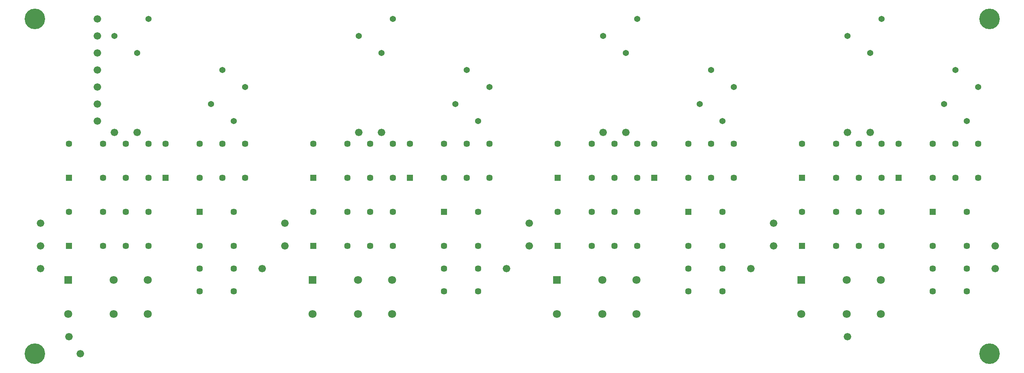
<source format=gbr>
G04 EasyPC Gerber Version 21.0.3 Build 4286 *
G04 #@! TF.Part,Single*
G04 #@! TF.FileFunction,Soldermask,Bot *
G04 #@! TF.FilePolarity,Negative *
%FSLAX35Y35*%
%MOIN*%
G04 #@! TA.AperFunction,ComponentPad*
%ADD20R,0.05718X0.05718*%
%ADD23R,0.07096X0.07096*%
G04 #@! TA.AperFunction,ViaPad*
%ADD27C,0.05400*%
G04 #@! TA.AperFunction,ComponentPad*
%ADD21C,0.05718*%
G04 #@! TA.AperFunction,WasherPad*
%ADD70C,0.06600*%
G04 #@! TA.AperFunction,ComponentPad*
%ADD22C,0.07096*%
G04 #@! TA.AperFunction,WasherPad*
%ADD71C,0.18100*%
X0Y0D02*
D02*
D70*
X25250Y95250D03*
Y115250D03*
Y135250D03*
X50250Y35250D03*
X60250Y20250D03*
X75250Y225250D03*
Y240250D03*
Y255250D03*
Y270250D03*
Y285250D03*
Y300250D03*
Y315250D03*
X90250Y215250D03*
X110250D03*
X220250Y95250D03*
X240250Y115250D03*
Y135250D03*
X305250Y215250D03*
X325250D03*
X435250Y95250D03*
X455250Y115250D03*
Y135250D03*
X520250Y215250D03*
X540250D03*
X650250Y95250D03*
X670250Y115250D03*
Y135250D03*
X735250Y35250D03*
Y215250D03*
X755250D03*
X865250Y95250D03*
Y115250D03*
D02*
D71*
X20250Y20250D03*
Y315250D03*
X860250Y20250D03*
Y315250D03*
D02*
D20*
X50250Y115250D03*
Y175250D03*
X135250D03*
X165250Y145250D03*
X265250Y115250D03*
Y175250D03*
X350250D03*
X380250Y145250D03*
X480250Y115250D03*
Y175250D03*
X565250D03*
X595250Y145250D03*
X695250Y115250D03*
Y175250D03*
X780250D03*
X810250Y145250D03*
D02*
D21*
X50250D03*
Y205250D03*
X80250Y115250D03*
Y145250D03*
Y175250D03*
Y205250D03*
X100250Y115250D03*
Y145250D03*
Y175250D03*
Y205250D03*
X120250Y115250D03*
Y145250D03*
Y175250D03*
Y205250D03*
X135250D03*
X165250Y75250D03*
Y95250D03*
Y115250D03*
Y175250D03*
Y205250D03*
X185250Y175250D03*
Y205250D03*
X195250Y75250D03*
Y95250D03*
Y115250D03*
Y145250D03*
X205250Y175250D03*
Y205250D03*
X265250Y145250D03*
Y205250D03*
X295250Y115250D03*
Y145250D03*
Y175250D03*
Y205250D03*
X315250Y115250D03*
Y145250D03*
Y175250D03*
Y205250D03*
X335250Y115250D03*
Y145250D03*
Y175250D03*
Y205250D03*
X350250D03*
X380250Y75250D03*
Y95250D03*
Y115250D03*
Y175250D03*
Y205250D03*
X400250Y175250D03*
Y205250D03*
X410250Y75250D03*
Y95250D03*
Y115250D03*
Y145250D03*
X420250Y175250D03*
Y205250D03*
X480250Y145250D03*
Y205250D03*
X510250Y115250D03*
Y145250D03*
Y175250D03*
Y205250D03*
X530250Y115250D03*
Y145250D03*
Y175250D03*
Y205250D03*
X550250Y115250D03*
Y145250D03*
Y175250D03*
Y205250D03*
X565250D03*
X595250Y75250D03*
Y95250D03*
Y115250D03*
Y175250D03*
Y205250D03*
X615250Y175250D03*
Y205250D03*
X625250Y75250D03*
Y95250D03*
Y115250D03*
Y145250D03*
X635250Y175250D03*
Y205250D03*
X695250Y145250D03*
Y205250D03*
X725250Y115250D03*
Y145250D03*
Y175250D03*
Y205250D03*
X745250Y115250D03*
Y145250D03*
Y175250D03*
Y205250D03*
X765250Y115250D03*
Y145250D03*
Y175250D03*
Y205250D03*
X780250D03*
X810250Y75250D03*
Y95250D03*
Y115250D03*
Y175250D03*
Y205250D03*
X830250Y175250D03*
Y205250D03*
X840250Y75250D03*
Y95250D03*
Y115250D03*
Y145250D03*
X850250Y175250D03*
Y205250D03*
D02*
D22*
X49581Y55250D03*
X89581D03*
Y85250D03*
X119581Y55250D03*
Y85250D03*
X264581Y55250D03*
X304581D03*
Y85250D03*
X334581Y55250D03*
Y85250D03*
X479581Y55250D03*
X519581D03*
Y85250D03*
X549581Y55250D03*
Y85250D03*
X694581Y55250D03*
X734581D03*
Y85250D03*
X764581Y55250D03*
Y85250D03*
D02*
D23*
X49581D03*
X264581D03*
X479581D03*
X694581D03*
D02*
D27*
X90250Y300250D03*
X110250Y285250D03*
X120250Y315250D03*
X175250Y240250D03*
X185250Y270250D03*
X195250Y225250D03*
X205250Y255250D03*
X305250Y300250D03*
X325250Y285250D03*
X335250Y315250D03*
X390250Y240250D03*
X400250Y270250D03*
X410250Y225250D03*
X420250Y255250D03*
X520250Y300250D03*
X540250Y285250D03*
X550250Y315250D03*
X605250Y240250D03*
X615250Y270250D03*
X625250Y225250D03*
X635250Y255250D03*
X735250Y300250D03*
X755250Y285250D03*
X765250Y315250D03*
X820250Y240250D03*
X830250Y270250D03*
X840250Y225250D03*
X850250Y255250D03*
X0Y0D02*
M02*

</source>
